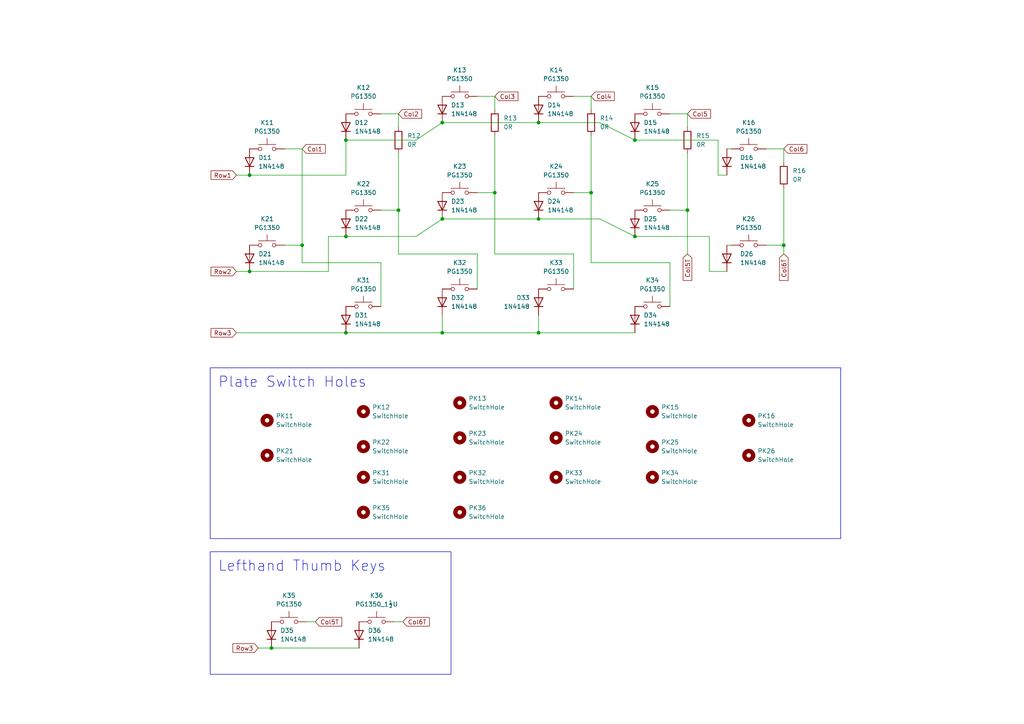
<source format=kicad_sch>
(kicad_sch (version 20231120) (generator "eeschema") (generator_version "8.0")
  (paper "A4")
  (title_block (title "Alufo ") (rev "1.0L") (company "bgkendall") (comment 1 "Split one-layer reversible keyboard PCB (lefthand side)") (comment 2 "Key switch matrix for"))
  (lib_symbols
    (symbol "Device:D" (pin_numbers hide) (pin_names (offset 1.016) hide)
      (property "Reference" "D" (at 0 2.54 0))
      (property "Value" "D" (at 0 -2.54 0))
      (symbol "D_0_1"
        (polyline (pts (xy -1.27 1.27) (xy -1.27 -1.27)) (stroke (width 0.254)))
        (polyline (pts (xy 1.27 0) (xy -1.27 0)))
        (polyline (pts (xy 1.27 1.27) (xy 1.27 -1.27) (xy -1.27 0) (xy 1.27 1.27)) (stroke (width 0.254)))
      )
      (symbol "D_1_1"
        (pin passive line (at -3.81 0 0) (length 2.54) (name "K") (number "1"))
        (pin passive line (at 3.81 0 180) (length 2.54) (name "A") (number "2"))
      )
    )
    (symbol "Device:R" (pin_numbers hide) (pin_names (offset 0))
      (property "Reference" "R" (at 2.032 0 90))
      (property "Value" "R" (at 0 0 90))
      (symbol "R_0_1"
        (rectangle (start -1.016 -2.54) (end 1.016 2.54) (stroke (width 0.254)))
      )
      (symbol "R_1_1"
        (pin passive line (at 0 3.81 270) (length 1.27) (name "~") (number "1"))
        (pin passive line (at 0 -3.81 90) (length 1.27) (name "~") (number "2"))
      )
    )
    (symbol "Mechanical:MountingHole" (pin_names (offset 1.016)) (exclude_from_sim yes) (in_bom no)
      (property "Reference" "H" (at 0 5.08 0))
      (property "Value" "MountingHole" (at 0 3.175 0))
      (symbol "MountingHole_0_1"
        (circle (center 0 0) (radius 1.27) (stroke (width 1.27)))
      )
    )
    (symbol "Switch:SW_Push" (pin_numbers hide) (pin_names (offset 1.016) hide)
      (property "Reference" "SW" (at 1.27 2.54 0))
      (property "Value" "SW_Push" (at 0 -1.524 0))
      (symbol "SW_Push_0_1"
        (circle (center -2.032 0) (radius 0.508))
        (polyline (pts (xy 0 1.27) (xy 0 3.048)))
        (polyline (pts (xy 2.54 1.27) (xy -2.54 1.27)))
        (circle (center 2.032 0) (radius 0.508))
        (pin passive line (at -5.08 0 0) (length 2.54) (name "1") (number "1"))
        (pin passive line (at 5.08 0 180) (length 2.54) (name "2") (number "2"))
      )
    )
  )
  (junction (at 115.57 60.96))
  (junction (at 72.39 50.8))
  (junction (at 184.15 40.64))
  (junction (at 128.27 63.5))
  (junction (at 128.27 96.52))
  (junction (at 87.63 71.12))
  (junction (at 100.33 68.58))
  (junction (at 143.51 55.88))
  (junction (at 156.21 96.52))
  (junction (at 100.33 40.64))
  (junction (at 128.27 35.56))
  (junction (at 100.33 96.52))
  (junction (at 156.21 35.56))
  (junction (at 227.33 71.12))
  (junction (at 156.21 63.5))
  (junction (at 171.45 55.88))
  (junction (at 199.39 60.96))
  (junction (at 72.39 78.74))
  (junction (at 78.74 187.96))
  (junction (at 184.15 68.58))
  (wire (pts (xy 156.21 63.5) (xy 128.27 63.5)))
  (wire (pts (xy 120.65 68.58) (xy 100.33 68.58)))
  (wire (pts (xy 199.39 60.96) (xy 199.39 73.66)))
  (wire (pts (xy 184.15 40.64) (xy 208.28 40.64)))
  (wire (pts (xy 227.33 71.12) (xy 227.33 73.66)))
  (wire (pts (xy 166.37 73.66) (xy 166.37 83.82)))
  (wire (pts (xy 138.43 73.66) (xy 138.43 83.82)))
  (wire (pts (xy 128.27 35.56) (xy 120.65 40.64)))
  (wire (pts (xy 72.39 78.74) (xy 95.25 78.74)))
  (wire (pts (xy 128.27 63.5) (xy 120.65 68.58)))
  (wire (pts (xy 171.45 55.88) (xy 171.45 76.2)))
  (wire (pts (xy 208.28 50.8) (xy 210.82 50.8)))
  (wire (pts (xy 173.99 35.56) (xy 156.21 35.56)))
  (wire (pts (xy 95.25 68.58) (xy 100.33 68.58)))
  (wire (pts (xy 114.3 180.34) (xy 116.84 180.34)))
  (wire (pts (xy 68.58 78.74) (xy 72.39 78.74)))
  (wire (pts (xy 143.51 39.37) (xy 143.51 55.88)))
  (wire (pts (xy 171.45 39.37) (xy 171.45 55.88)))
  (wire (pts (xy 156.21 91.44) (xy 156.21 96.52)))
  (wire (pts (xy 184.15 68.58) (xy 205.74 68.58)))
  (wire (pts (xy 87.63 71.12) (xy 87.63 76.2)))
  (wire (pts (xy 212.09 43.18) (xy 210.82 43.18)))
  (wire (pts (xy 205.74 68.58) (xy 205.74 78.74)))
  (wire (pts (xy 212.09 71.12) (xy 210.82 71.12)))
  (wire (pts (xy 138.43 27.94) (xy 143.51 27.94)))
  (wire (pts (xy 143.51 27.94) (xy 143.51 31.75)))
  (wire (pts (xy 74.93 187.96) (xy 78.74 187.96)))
  (wire (pts (xy 205.74 78.74) (xy 210.82 78.74)))
  (wire (pts (xy 82.55 43.18) (xy 87.63 43.18)))
  (wire (pts (xy 166.37 27.94) (xy 171.45 27.94)))
  (wire (pts (xy 184.15 40.64) (xy 173.99 35.56)))
  (wire (pts (xy 156.21 35.56) (xy 128.27 35.56)))
  (wire (pts (xy 222.25 43.18) (xy 227.33 43.18)))
  (wire (pts (xy 171.45 76.2) (xy 194.31 76.2)))
  (wire (pts (xy 227.33 54.61) (xy 227.33 71.12)))
  (wire (pts (xy 78.74 187.96) (xy 104.14 187.96)))
  (wire (pts (xy 194.31 60.96) (xy 199.39 60.96)))
  (wire (pts (xy 115.57 44.45) (xy 115.57 60.96)))
  (wire (pts (xy 100.33 40.64) (xy 100.33 50.8)))
  (wire (pts (xy 143.51 55.88) (xy 143.51 73.66)))
  (wire (pts (xy 110.49 60.96) (xy 115.57 60.96)))
  (wire (pts (xy 120.65 40.64) (xy 100.33 40.64)))
  (wire (pts (xy 110.49 33.02) (xy 115.57 33.02)))
  (wire (pts (xy 115.57 33.02) (xy 115.57 36.83)))
  (wire (pts (xy 171.45 27.94) (xy 171.45 31.75)))
  (wire (pts (xy 100.33 96.52) (xy 128.27 96.52)))
  (wire (pts (xy 199.39 44.45) (xy 199.39 60.96)))
  (wire (pts (xy 222.25 71.12) (xy 227.33 71.12)))
  (wire (pts (xy 82.55 71.12) (xy 87.63 71.12)))
  (wire (pts (xy 208.28 40.64) (xy 208.28 50.8)))
  (wire (pts (xy 110.49 76.2) (xy 110.49 88.9)))
  (wire (pts (xy 95.25 68.58) (xy 95.25 78.74)))
  (wire (pts (xy 91.44 180.34) (xy 88.9 180.34)))
  (wire (pts (xy 128.27 91.44) (xy 128.27 96.52)))
  (wire (pts (xy 184.15 68.58) (xy 173.99 63.5)))
  (wire (pts (xy 156.21 96.52) (xy 184.15 96.52)))
  (wire (pts (xy 68.58 50.8) (xy 72.39 50.8)))
  (wire (pts (xy 227.33 43.18) (xy 227.33 46.99)))
  (wire (pts (xy 128.27 96.52) (xy 156.21 96.52)))
  (wire (pts (xy 115.57 73.66) (xy 138.43 73.66)))
  (wire (pts (xy 138.43 55.88) (xy 143.51 55.88)))
  (wire (pts (xy 87.63 76.2) (xy 110.49 76.2)))
  (wire (pts (xy 68.58 96.52) (xy 100.33 96.52)))
  (wire (pts (xy 87.63 43.18) (xy 87.63 71.12)))
  (wire (pts (xy 194.31 76.2) (xy 194.31 88.9)))
  (wire (pts (xy 166.37 55.88) (xy 171.45 55.88)))
  (wire (pts (xy 194.31 33.02) (xy 199.39 33.02)))
  (wire (pts (xy 143.51 73.66) (xy 166.37 73.66)))
  (wire (pts (xy 115.57 60.96) (xy 115.57 73.66)))
  (wire (pts (xy 72.39 50.8) (xy 100.33 50.8)))
  (wire (pts (xy 173.99 63.5) (xy 156.21 63.5)))
  (wire (pts (xy 199.39 33.02) (xy 199.39 36.83)))
  (text_box "Lefthand Thumb Keys" (at 60.96 160.02 0) (size 69.85 35.56) (effects (font (size 3 3)) (justify left top)))
  (text_box "Plate Switch Holes" (at 60.96 106.68 0) (size 182.88 49.53) (effects (font (size 3 3)) (justify left top)))
  (global_label "Col5T" (shape input) (at 199.39 73.66 270) (property "Intersheetrefs" "${INTERSHEET_REFS}" (effects (hide yes))))
  (global_label "Row3" (shape input) (at 68.58 96.52 180) (property "Intersheetrefs" "${INTERSHEET_REFS}" (effects (hide yes))))
  (global_label "Row3" (shape input) (at 74.93 187.96 180) (property "Intersheetrefs" "${INTERSHEET_REFS}" (effects (hide yes))))
  (global_label "Col6T" (shape input) (at 116.84 180.34 0) (property "Intersheetrefs" "${INTERSHEET_REFS}" (effects (hide yes))))
  (global_label "Col1" (shape input) (at 87.63 43.18 0) (property "Intersheetrefs" "${INTERSHEET_REFS}" (effects (hide yes))))
  (global_label "Col6T" (shape input) (at 227.33 73.66 270) (property "Intersheetrefs" "${INTERSHEET_REFS}" (effects (hide yes))))
  (global_label "Col5" (shape input) (at 199.39 33.02 0) (property "Intersheetrefs" "${INTERSHEET_REFS}" (effects (hide yes))))
  (global_label "Row1" (shape input) (at 68.58 50.8 180) (property "Intersheetrefs" "${INTERSHEET_REFS}" (effects (hide yes))))
  (global_label "Col3" (shape input) (at 143.51 27.94 0) (property "Intersheetrefs" "${INTERSHEET_REFS}" (effects (hide yes))))
  (global_label "Col5T" (shape input) (at 91.44 180.34 0) (property "Intersheetrefs" "${INTERSHEET_REFS}" (effects (hide yes))))
  (global_label "Col4" (shape input) (at 171.45 27.94 0) (property "Intersheetrefs" "${INTERSHEET_REFS}" (effects (hide yes))))
  (global_label "Col6" (shape input) (at 227.33 43.18 0) (property "Intersheetrefs" "${INTERSHEET_REFS}" (effects (hide yes))))
  (global_label "Row2" (shape input) (at 68.58 78.74 180) (property "Intersheetrefs" "${INTERSHEET_REFS}" (effects (hide yes))))
  (global_label "Col2" (shape input) (at 115.57 33.02 0) (property "Intersheetrefs" "${INTERSHEET_REFS}" (effects (hide yes))))
  (symbol (lib_id "Mechanical:MountingHole") (at 133.35 138.43 0) (unit 1) (exclude_from_sim yes) (in_bom no)
    (property "Reference" "PK32" (at 135.89 137.1599 0) (effects (justify left)))
    (property "Value" "SwitchHole" (at 135.89 139.6999 0) (effects (justify left)))
    (property "Footprint" "Project Library:SW_choc_v1_Plate_CPG135001S30_1u" (effects (hide yes)))
    (property "Description" "Mounting Hole without connection" (effects (hide yes)))
  )
  (symbol (lib_id "Mechanical:MountingHole") (at 77.47 132.08 0) (unit 1) (exclude_from_sim yes) (in_bom no)
    (property "Reference" "PK21" (at 80.01 130.8099 0) (effects (justify left)))
    (property "Value" "SwitchHole" (at 80.01 133.3499 0) (effects (justify left)))
    (property "Footprint" "Project Library:SW_choc_v1_Plate_CPG135001S30_1u" (effects (hide yes)))
    (property "Description" "Mounting Hole without connection" (effects (hide yes)))
  )
  (symbol (lib_id "Switch:SW_Push") (at 161.29 55.88 0) (mirror y) (unit 1)
    (property "Reference" "K24" (at 161.29 48.26 0))
    (property "Value" "PG1350" (at 161.29 50.8 0))
    (property "Footprint" "Project Library:SW_choc_v1_HS_CPG135001S30_1layer_1u" (effects (hide yes)))
    (property "Description" "Push button switch, generic, two pins" (effects (hide yes)))
  )
  (symbol (lib_id "Switch:SW_Push") (at 133.35 55.88 0) (mirror y) (unit 1)
    (property "Reference" "K23" (at 133.35 48.26 0))
    (property "Value" "PG1350" (at 133.35 50.8 0))
    (property "Footprint" "Project Library:SW_choc_v1_HS_CPG135001S30_1layer_1u" (effects (hide yes)))
    (property "Description" "Push button switch, generic, two pins" (effects (hide yes)))
  )
  (symbol (lib_id "Mechanical:MountingHole") (at 105.41 129.54 0) (unit 1) (exclude_from_sim yes) (in_bom no)
    (property "Reference" "PK22" (at 107.95 128.2699 0) (effects (justify left)))
    (property "Value" "SwitchHole" (at 107.95 130.8099 0) (effects (justify left)))
    (property "Footprint" "Project Library:SW_choc_v1_Plate_CPG135001S30_1u" (effects (hide yes)))
    (property "Description" "Mounting Hole without connection" (effects (hide yes)))
  )
  (symbol (lib_id "Switch:SW_Push") (at 161.29 83.82 0) (mirror y) (unit 1)
    (property "Reference" "K33" (at 161.29 76.2 0))
    (property "Value" "PG1350" (at 161.29 78.74 0))
    (property "Footprint" "Project Library:SW_choc_v1_HS_CPG135001S30_1layer_1u" (effects (hide yes)))
    (property "Description" "Push button switch, generic, two pins" (effects (hide yes)))
  )
  (symbol (lib_id "Switch:SW_Push") (at 161.29 27.94 0) (mirror y) (unit 1)
    (property "Reference" "K14" (at 161.29 20.32 0))
    (property "Value" "PG1350" (at 161.29 22.86 0))
    (property "Footprint" "Project Library:SW_choc_v1_HS_CPG135001S30_1layer_1u" (effects (hide yes)))
    (property "Description" "Push button switch, generic, two pins" (effects (hide yes)))
  )
  (symbol (lib_id "Device:R") (at 143.51 35.56 0) (unit 1)
    (property "Reference" "R13" (at 146.05 34.2899 0) (effects (justify left)))
    (property "Value" "0R" (at 146.05 36.8299 0) (effects (justify left)))
    (property "Footprint" "Resistor_SMD:R_2010_5025Metric" (effects (hide yes)))
    (property "Description" "Resistor" (effects (hide yes)))
  )
  (symbol (lib_id "Switch:SW_Push") (at 189.23 88.9 0) (mirror y) (unit 1)
    (property "Reference" "K34" (at 189.23 81.28 0))
    (property "Value" "PG1350" (at 189.23 83.82 0))
    (property "Footprint" "Project Library:SW_choc_v1_HS_CPG135001S30_1layer_1u" (effects (hide yes)))
    (property "Description" "Push button switch, generic, two pins" (effects (hide yes)))
  )
  (symbol (lib_id "Mechanical:MountingHole") (at 189.23 119.38 0) (unit 1) (exclude_from_sim yes) (in_bom no)
    (property "Reference" "PK15" (at 191.77 118.1099 0) (effects (justify left)))
    (property "Value" "SwitchHole" (at 191.77 120.6499 0) (effects (justify left)))
    (property "Footprint" "Project Library:SW_choc_v1_Plate_CPG135001S30_1u" (effects (hide yes)))
    (property "Description" "Mounting Hole without connection" (effects (hide yes)))
  )
  (symbol (lib_id "Switch:SW_Push") (at 109.22 180.34 0) (mirror y) (unit 1)
    (property "Reference" "K36" (at 109.22 172.72 0))
    (property "Value" "PG1350_1½U" (at 109.22 175.26 0))
    (property "Footprint" "Project Library:SW_choc_v1_HS_CPG135001S30_1layer_1.5u" (effects (hide yes)))
    (property "Description" "Push button switch, generic, two pins" (effects (hide yes)))
  )
  (symbol (lib_id "Device:D") (at 104.14 184.15 90) (unit 1)
    (property "Reference" "D36" (at 106.68 182.8799 90) (effects (justify right)))
    (property "Value" "1N4148" (at 106.68 185.4199 90) (effects (justify right)))
    (property "Footprint" "Project Library:D_SOD-123_Mod" (effects (hide yes)))
    (property "Description" "Diode" (effects (hide yes)))
    (property "Sim.Device" "D" (effects (hide yes)))
    (property "Sim.Pins" "1=K 2=A" (effects (hide yes)))
  )
  (symbol (lib_id "Device:D") (at 100.33 36.83 90) (unit 1)
    (property "Reference" "D12" (at 102.87 35.5599 90) (effects (justify right)))
    (property "Value" "1N4148" (at 102.87 38.0999 90) (effects (justify right)))
    (property "Footprint" "Project Library:D_SOD-123_Mod" (effects (hide yes)))
    (property "Description" "Diode" (effects (hide yes)))
    (property "Sim.Device" "D" (effects (hide yes)))
    (property "Sim.Pins" "1=K 2=A" (effects (hide yes)))
  )
  (symbol (lib_id "Device:D") (at 100.33 92.71 90) (unit 1)
    (property "Reference" "D31" (at 102.87 91.4399 90) (effects (justify right)))
    (property "Value" "1N4148" (at 102.87 93.9799 90) (effects (justify right)))
    (property "Footprint" "Project Library:D_SOD-123_Mod" (effects (hide yes)))
    (property "Description" "Diode" (effects (hide yes)))
    (property "Sim.Device" "D" (effects (hide yes)))
    (property "Sim.Pins" "1=K 2=A" (effects (hide yes)))
  )
  (symbol (lib_id "Switch:SW_Push") (at 77.47 43.18 0) (mirror y) (unit 1)
    (property "Reference" "K11" (at 77.47 35.56 0))
    (property "Value" "PG1350" (at 77.47 38.1 0))
    (property "Footprint" "Project Library:SW_choc_v1_HS_CPG135001S30_1layer_1u" (effects (hide yes)))
    (property "Description" "Push button switch, generic, two pins" (effects (hide yes)))
  )
  (symbol (lib_id "Device:R") (at 227.33 50.8 0) (unit 1)
    (property "Reference" "R16" (at 229.87 49.5299 0) (effects (justify left)))
    (property "Value" "0R" (at 229.87 52.0699 0) (effects (justify left)))
    (property "Footprint" "Resistor_SMD:R_2010_5025Metric" (effects (hide yes)))
    (property "Description" "Resistor" (effects (hide yes)))
  )
  (symbol (lib_id "Mechanical:MountingHole") (at 161.29 116.84 0) (unit 1) (exclude_from_sim yes) (in_bom no)
    (property "Reference" "PK14" (at 163.83 115.5699 0) (effects (justify left)))
    (property "Value" "SwitchHole" (at 163.83 118.1099 0) (effects (justify left)))
    (property "Footprint" "Project Library:SW_choc_v1_Plate_CPG135001S30_1u" (effects (hide yes)))
    (property "Description" "Mounting Hole without connection" (effects (hide yes)))
  )
  (symbol (lib_id "Mechanical:MountingHole") (at 133.35 116.84 0) (unit 1) (exclude_from_sim yes) (in_bom no)
    (property "Reference" "PK13" (at 135.89 115.5699 0) (effects (justify left)))
    (property "Value" "SwitchHole" (at 135.89 118.1099 0) (effects (justify left)))
    (property "Footprint" "Project Library:SW_choc_v1_Plate_CPG135001S30_1u" (effects (hide yes)))
    (property "Description" "Mounting Hole without connection" (effects (hide yes)))
  )
  (symbol (lib_id "Device:R") (at 115.57 40.64 0) (unit 1)
    (property "Reference" "R12" (at 118.11 39.3699 0) (effects (justify left)))
    (property "Value" "0R" (at 118.11 41.9099 0) (effects (justify left)))
    (property "Footprint" "Resistor_SMD:R_2010_5025Metric" (effects (hide yes)))
    (property "Description" "Resistor" (effects (hide yes)))
  )
  (symbol (lib_id "Device:R") (at 171.45 35.56 0) (unit 1)
    (property "Reference" "R14" (at 173.99 34.2899 0) (effects (justify left)))
    (property "Value" "0R" (at 173.99 36.8299 0) (effects (justify left)))
    (property "Footprint" "Resistor_SMD:R_2010_5025Metric" (effects (hide yes)))
    (property "Description" "Resistor" (effects (hide yes)))
  )
  (symbol (lib_id "Switch:SW_Push") (at 105.41 88.9 0) (mirror y) (unit 1)
    (property "Reference" "K31" (at 105.41 81.28 0))
    (property "Value" "PG1350" (at 105.41 83.82 0))
    (property "Footprint" "Project Library:SW_choc_v1_HS_CPG135001S30_1layer_1u" (effects (hide yes)))
    (property "Description" "Push button switch, generic, two pins" (effects (hide yes)))
  )
  (symbol (lib_id "Device:D") (at 184.15 36.83 90) (unit 1)
    (property "Reference" "D15" (at 186.69 35.5599 90) (effects (justify right)))
    (property "Value" "1N4148" (at 186.69 38.0999 90) (effects (justify right)))
    (property "Footprint" "Project Library:D_SOD-123_Mod" (effects (hide yes)))
    (property "Description" "Diode" (effects (hide yes)))
    (property "Sim.Device" "D" (effects (hide yes)))
    (property "Sim.Pins" "1=K 2=A" (effects (hide yes)))
  )
  (symbol (lib_id "Switch:SW_Push") (at 77.47 71.12 0) (mirror y) (unit 1)
    (property "Reference" "K21" (at 77.47 63.5 0))
    (property "Value" "PG1350" (at 77.47 66.04 0))
    (property "Footprint" "Project Library:SW_choc_v1_HS_CPG135001S30_1layer_1u" (effects (hide yes)))
    (property "Description" "Push button switch, generic, two pins" (effects (hide yes)))
  )
  (symbol (lib_id "Device:D") (at 210.82 74.93 90) (unit 1)
    (property "Reference" "D26" (at 214.63 73.6599 90) (effects (justify right)))
    (property "Value" "1N4148" (at 214.63 76.1999 90) (effects (justify right)))
    (property "Footprint" "Project Library:D_SOD-123_Mod" (effects (hide yes)))
    (property "Description" "Diode" (effects (hide yes)))
    (property "Sim.Device" "D" (effects (hide yes)))
    (property "Sim.Pins" "1=K 2=A" (effects (hide yes)))
  )
  (symbol (lib_id "Switch:SW_Push") (at 189.23 33.02 0) (mirror y) (unit 1)
    (property "Reference" "K15" (at 189.23 25.4 0))
    (property "Value" "PG1350" (at 189.23 27.94 0))
    (property "Footprint" "Project Library:SW_choc_v1_HS_CPG135001S30_1layer_1u" (effects (hide yes)))
    (property "Description" "Push button switch, generic, two pins" (effects (hide yes)))
  )
  (symbol (lib_id "Switch:SW_Push") (at 133.35 83.82 0) (mirror y) (unit 1)
    (property "Reference" "K32" (at 133.35 76.2 0))
    (property "Value" "PG1350" (at 133.35 78.74 0))
    (property "Footprint" "Project Library:SW_choc_v1_HS_CPG135001S30_1layer_1u" (effects (hide yes)))
    (property "Description" "Push button switch, generic, two pins" (effects (hide yes)))
  )
  (symbol (lib_id "Device:D") (at 128.27 87.63 90) (unit 1)
    (property "Reference" "D32" (at 130.81 86.3599 90) (effects (justify right)))
    (property "Value" "1N4148" (at 130.81 88.8999 90) (effects (justify right)))
    (property "Footprint" "Project Library:D_SOD-123_Mod" (effects (hide yes)))
    (property "Description" "Diode" (effects (hide yes)))
    (property "Sim.Device" "D" (effects (hide yes)))
    (property "Sim.Pins" "1=K 2=A" (effects (hide yes)))
  )
  (symbol (lib_id "Switch:SW_Push") (at 105.41 33.02 0) (mirror y) (unit 1)
    (property "Reference" "K12" (at 105.41 25.4 0))
    (property "Value" "PG1350" (at 105.41 27.94 0))
    (property "Footprint" "Project Library:SW_choc_v1_HS_CPG135001S30_1layer_1u" (effects (hide yes)))
    (property "Description" "Push button switch, generic, two pins" (effects (hide yes)))
  )
  (symbol (lib_id "Device:D") (at 156.21 87.63 270) (mirror x) (unit 1)
    (property "Reference" "D33" (at 153.67 86.3599 90) (effects (justify right)))
    (property "Value" "1N4148" (at 153.67 88.8999 90) (effects (justify right)))
    (property "Footprint" "Project Library:D_SOD-123_Mod" (effects (hide yes)))
    (property "Description" "Diode" (effects (hide yes)))
    (property "Sim.Device" "D" (effects (hide yes)))
    (property "Sim.Pins" "1=K 2=A" (effects (hide yes)))
  )
  (symbol (lib_id "Device:D") (at 210.82 46.99 90) (unit 1)
    (property "Reference" "D16" (at 214.63 45.7199 90) (effects (justify right)))
    (property "Value" "1N4148" (at 214.63 48.2599 90) (effects (justify right)))
    (property "Footprint" "Project Library:D_SOD-123_Mod" (effects (hide yes)))
    (property "Description" "Diode" (effects (hide yes)))
    (property "Sim.Device" "D" (effects (hide yes)))
    (property "Sim.Pins" "1=K 2=A" (effects (hide yes)))
  )
  (symbol (lib_id "Device:D") (at 184.15 92.71 90) (unit 1)
    (property "Reference" "D34" (at 186.69 91.4399 90) (effects (justify right)))
    (property "Value" "1N4148" (at 186.69 93.9799 90) (effects (justify right)))
    (property "Footprint" "Project Library:D_SOD-123_Mod" (effects (hide yes)))
    (property "Description" "Diode" (effects (hide yes)))
    (property "Sim.Device" "D" (effects (hide yes)))
    (property "Sim.Pins" "1=K 2=A" (effects (hide yes)))
  )
  (symbol (lib_id "Switch:SW_Push") (at 83.82 180.34 0) (mirror y) (unit 1)
    (property "Reference" "K35" (at 83.82 172.72 0))
    (property "Value" "PG1350" (at 83.82 175.26 0))
    (property "Footprint" "Project Library:SW_choc_v1_HS_CPG135001S30_1layer_1u" (effects (hide yes)))
    (property "Description" "Push button switch, generic, two pins" (effects (hide yes)))
  )
  (symbol (lib_id "Switch:SW_Push") (at 189.23 60.96 0) (mirror y) (unit 1)
    (property "Reference" "K25" (at 189.23 53.34 0))
    (property "Value" "PG1350" (at 189.23 55.88 0))
    (property "Footprint" "Project Library:SW_choc_v1_HS_CPG135001S30_1layer_1u" (effects (hide yes)))
    (property "Description" "Push button switch, generic, two pins" (effects (hide yes)))
  )
  (symbol (lib_id "Mechanical:MountingHole") (at 161.29 138.43 0) (unit 1) (exclude_from_sim yes) (in_bom no)
    (property "Reference" "PK33" (at 163.83 137.1599 0) (effects (justify left)))
    (property "Value" "SwitchHole" (at 163.83 139.6999 0) (effects (justify left)))
    (property "Footprint" "Project Library:SW_choc_v1_Plate_CPG135001S30_1u" (effects (hide yes)))
    (property "Description" "Mounting Hole without connection" (effects (hide yes)))
  )
  (symbol (lib_id "Mechanical:MountingHole") (at 105.41 119.38 0) (unit 1) (exclude_from_sim yes) (in_bom no)
    (property "Reference" "PK12" (at 107.95 118.1099 0) (effects (justify left)))
    (property "Value" "SwitchHole" (at 107.95 120.6499 0) (effects (justify left)))
    (property "Footprint" "Project Library:SW_choc_v1_Plate_CPG135001S30_1u" (effects (hide yes)))
    (property "Description" "Mounting Hole without connection" (effects (hide yes)))
  )
  (symbol (lib_id "Device:D") (at 72.39 74.93 90) (unit 1)
    (property "Reference" "D21" (at 74.93 73.6599 90) (effects (justify right)))
    (property "Value" "1N4148" (at 74.93 76.1999 90) (effects (justify right)))
    (property "Footprint" "Project Library:D_SOD-123_Mod" (effects (hide yes)))
    (property "Description" "Diode" (effects (hide yes)))
    (property "Sim.Device" "D" (effects (hide yes)))
    (property "Sim.Pins" "1=K 2=A" (effects (hide yes)))
  )
  (symbol (lib_id "Device:D") (at 128.27 31.75 90) (unit 1)
    (property "Reference" "D13" (at 130.81 30.4799 90) (effects (justify right)))
    (property "Value" "1N4148" (at 130.81 33.0199 90) (effects (justify right)))
    (property "Footprint" "Project Library:D_SOD-123_Mod" (effects (hide yes)))
    (property "Description" "Diode" (effects (hide yes)))
    (property "Sim.Device" "D" (effects (hide yes)))
    (property "Sim.Pins" "1=K 2=A" (effects (hide yes)))
  )
  (symbol (lib_id "Mechanical:MountingHole") (at 133.35 127 0) (unit 1) (exclude_from_sim yes) (in_bom no)
    (property "Reference" "PK23" (at 135.89 125.7299 0) (effects (justify left)))
    (property "Value" "SwitchHole" (at 135.89 128.2699 0) (effects (justify left)))
    (property "Footprint" "Project Library:SW_choc_v1_Plate_CPG135001S30_1u" (effects (hide yes)))
    (property "Description" "Mounting Hole without connection" (effects (hide yes)))
  )
  (symbol (lib_id "Device:D") (at 128.27 59.69 90) (unit 1)
    (property "Reference" "D23" (at 130.81 58.4199 90) (effects (justify right)))
    (property "Value" "1N4148" (at 130.81 60.9599 90) (effects (justify right)))
    (property "Footprint" "Project Library:D_SOD-123_Mod" (effects (hide yes)))
    (property "Description" "Diode" (effects (hide yes)))
    (property "Sim.Device" "D" (effects (hide yes)))
    (property "Sim.Pins" "1=K 2=A" (effects (hide yes)))
  )
  (symbol (lib_id "Mechanical:MountingHole") (at 189.23 129.54 0) (unit 1) (exclude_from_sim yes) (in_bom no)
    (property "Reference" "PK25" (at 191.77 128.2699 0) (effects (justify left)))
    (property "Value" "SwitchHole" (at 191.77 130.8099 0) (effects (justify left)))
    (property "Footprint" "Project Library:SW_choc_v1_Plate_CPG135001S30_1u" (effects (hide yes)))
    (property "Description" "Mounting Hole without connection" (effects (hide yes)))
  )
  (symbol (lib_id "Device:D") (at 184.15 64.77 90) (unit 1)
    (property "Reference" "D25" (at 186.69 63.4999 90) (effects (justify right)))
    (property "Value" "1N4148" (at 186.69 66.0399 90) (effects (justify right)))
    (property "Footprint" "Project Library:D_SOD-123_Mod" (effects (hide yes)))
    (property "Description" "Diode" (effects (hide yes)))
    (property "Sim.Device" "D" (effects (hide yes)))
    (property "Sim.Pins" "1=K 2=A" (effects (hide yes)))
  )
  (symbol (lib_id "Mechanical:MountingHole") (at 189.23 138.43 0) (unit 1) (exclude_from_sim yes) (in_bom no)
    (property "Reference" "PK34" (at 191.77 137.1599 0) (effects (justify left)))
    (property "Value" "SwitchHole" (at 191.77 139.6999 0) (effects (justify left)))
    (property "Footprint" "Project Library:SW_choc_v1_Plate_CPG135001S30_1u" (effects (hide yes)))
    (property "Description" "Mounting Hole without connection" (effects (hide yes)))
  )
  (symbol (lib_id "Mechanical:MountingHole") (at 217.17 132.08 0) (unit 1) (exclude_from_sim yes) (in_bom no)
    (property "Reference" "PK26" (at 219.71 130.8099 0) (effects (justify left)))
    (property "Value" "SwitchHole" (at 219.71 133.3499 0) (effects (justify left)))
    (property "Footprint" "Project Library:SW_choc_v1_Plate_CPG135001S30_1u" (effects (hide yes)))
    (property "Description" "Mounting Hole without connection" (effects (hide yes)))
  )
  (symbol (lib_id "Device:D") (at 72.39 46.99 90) (unit 1)
    (property "Reference" "D11" (at 74.93 45.7199 90) (effects (justify right)))
    (property "Value" "1N4148" (at 74.93 48.2599 90) (effects (justify right)))
    (property "Footprint" "Project Library:D_SOD-123_Mod" (effects (hide yes)))
    (property "Description" "Diode" (effects (hide yes)))
    (property "Sim.Device" "D" (effects (hide yes)))
    (property "Sim.Pins" "1=K 2=A" (effects (hide yes)))
  )
  (symbol (lib_id "Mechanical:MountingHole") (at 133.35 148.59 0) (unit 1) (exclude_from_sim yes) (in_bom no)
    (property "Reference" "PK36" (at 135.89 147.3199 0) (effects (justify left)))
    (property "Value" "SwitchHole" (at 135.89 149.8599 0) (effects (justify left)))
    (property "Footprint" "Project Library:SW_choc_v1_Plate_CPG135001S30_1.5u" (effects (hide yes)))
    (property "Description" "Mounting Hole without connection" (effects (hide yes)))
  )
  (symbol (lib_id "Mechanical:MountingHole") (at 105.41 138.43 0) (unit 1) (exclude_from_sim yes) (in_bom no)
    (property "Reference" "PK31" (at 107.95 137.1599 0) (effects (justify left)))
    (property "Value" "SwitchHole" (at 107.95 139.6999 0) (effects (justify left)))
    (property "Footprint" "Project Library:SW_choc_v1_Plate_CPG135001S30_1u" (effects (hide yes)))
    (property "Description" "Mounting Hole without connection" (effects (hide yes)))
  )
  (symbol (lib_id "Mechanical:MountingHole") (at 161.29 127 0) (unit 1) (exclude_from_sim yes) (in_bom no)
    (property "Reference" "PK24" (at 163.83 125.7299 0) (effects (justify left)))
    (property "Value" "SwitchHole" (at 163.83 128.2699 0) (effects (justify left)))
    (property "Footprint" "Project Library:SW_choc_v1_Plate_CPG135001S30_1u" (effects (hide yes)))
    (property "Description" "Mounting Hole without connection" (effects (hide yes)))
  )
  (symbol (lib_id "Device:D") (at 156.21 59.69 90) (unit 1)
    (property "Reference" "D24" (at 158.75 58.4199 90) (effects (justify right)))
    (property "Value" "1N4148" (at 158.75 60.9599 90) (effects (justify right)))
    (property "Footprint" "Project Library:D_SOD-123_Mod" (effects (hide yes)))
    (property "Description" "Diode" (effects (hide yes)))
    (property "Sim.Device" "D" (effects (hide yes)))
    (property "Sim.Pins" "1=K 2=A" (effects (hide yes)))
  )
  (symbol (lib_id "Switch:SW_Push") (at 105.41 60.96 0) (mirror y) (unit 1)
    (property "Reference" "K22" (at 105.41 53.34 0))
    (property "Value" "PG1350" (at 105.41 55.88 0))
    (property "Footprint" "Project Library:SW_choc_v1_HS_CPG135001S30_1layer_1u" (effects (hide yes)))
    (property "Description" "Push button switch, generic, two pins" (effects (hide yes)))
  )
  (symbol (lib_id "Mechanical:MountingHole") (at 105.41 148.59 0) (unit 1) (exclude_from_sim yes) (in_bom no)
    (property "Reference" "PK35" (at 107.95 147.3199 0) (effects (justify left)))
    (property "Value" "SwitchHole" (at 107.95 149.8599 0) (effects (justify left)))
    (property "Footprint" "Project Library:SW_choc_v1_Plate_CPG135001S30_1u" (effects (hide yes)))
    (property "Description" "Mounting Hole without connection" (effects (hide yes)))
  )
  (symbol (lib_id "Switch:SW_Push") (at 133.35 27.94 0) (mirror y) (unit 1)
    (property "Reference" "K13" (at 133.35 20.32 0))
    (property "Value" "PG1350" (at 133.35 22.86 0))
    (property "Footprint" "Project Library:SW_choc_v1_HS_CPG135001S30_1layer_1u" (effects (hide yes)))
    (property "Description" "Push button switch, generic, two pins" (effects (hide yes)))
  )
  (symbol (lib_id "Mechanical:MountingHole") (at 217.17 121.92 0) (unit 1) (exclude_from_sim yes) (in_bom no)
    (property "Reference" "PK16" (at 219.71 120.6499 0) (effects (justify left)))
    (property "Value" "SwitchHole" (at 219.71 123.1899 0) (effects (justify left)))
    (property "Footprint" "Project Library:SW_choc_v1_Plate_CPG135001S30_1u" (effects (hide yes)))
    (property "Description" "Mounting Hole without connection" (effects (hide yes)))
  )
  (symbol (lib_id "Switch:SW_Push") (at 217.17 71.12 0) (mirror y) (unit 1)
    (property "Reference" "K26" (at 217.17 63.5 0))
    (property "Value" "PG1350" (at 217.17 66.04 0))
    (property "Footprint" "Project Library:SW_choc_v1_HS_CPG135001S30_1layer_1u" (effects (hide yes)))
    (property "Description" "Push button switch, generic, two pins" (effects (hide yes)))
  )
  (symbol (lib_id "Mechanical:MountingHole") (at 77.47 121.92 0) (unit 1) (exclude_from_sim yes) (in_bom no)
    (property "Reference" "PK11" (at 80.01 120.6499 0) (effects (justify left)))
    (property "Value" "SwitchHole" (at 80.01 123.1899 0) (effects (justify left)))
    (property "Footprint" "Project Library:SW_choc_v1_Plate_CPG135001S30_1u" (effects (hide yes)))
    (property "Description" "Mounting Hole without connection" (effects (hide yes)))
  )
  (symbol (lib_id "Device:R") (at 199.39 40.64 0) (unit 1)
    (property "Reference" "R15" (at 201.93 39.3699 0) (effects (justify left)))
    (property "Value" "0R" (at 201.93 41.9099 0) (effects (justify left)))
    (property "Footprint" "Resistor_SMD:R_2010_5025Metric" (effects (hide yes)))
    (property "Description" "Resistor" (effects (hide yes)))
  )
  (symbol (lib_id "Device:D") (at 78.74 184.15 90) (unit 1)
    (property "Reference" "D35" (at 81.28 182.8799 90) (effects (justify right)))
    (property "Value" "1N4148" (at 81.28 185.4199 90) (effects (justify right)))
    (property "Footprint" "Project Library:D_SOD-123_Mod" (effects (hide yes)))
    (property "Description" "Diode" (effects (hide yes)))
    (property "Sim.Device" "D" (effects (hide yes)))
    (property "Sim.Pins" "1=K 2=A" (effects (hide yes)))
  )
  (symbol (lib_id "Device:D") (at 100.33 64.77 90) (unit 1)
    (property "Reference" "D22" (at 102.87 63.4999 90) (effects (justify right)))
    (property "Value" "1N4148" (at 102.87 66.0399 90) (effects (justify right)))
    (property "Footprint" "Project Library:D_SOD-123_Mod" (effects (hide yes)))
    (property "Description" "Diode" (effects (hide yes)))
    (property "Sim.Device" "D" (effects (hide yes)))
    (property "Sim.Pins" "1=K 2=A" (effects (hide yes)))
  )
  (symbol (lib_id "Switch:SW_Push") (at 217.17 43.18 0) (mirror y) (unit 1)
    (property "Reference" "K16" (at 217.17 35.56 0))
    (property "Value" "PG1350" (at 217.17 38.1 0))
    (property "Footprint" "Project Library:SW_choc_v1_HS_CPG135001S30_1layer_1u" (effects (hide yes)))
    (property "Description" "Push button switch, generic, two pins" (effects (hide yes)))
  )
  (symbol (lib_id "Device:D") (at 156.21 31.75 90) (unit 1)
    (property "Reference" "D14" (at 158.75 30.4799 90) (effects (justify right)))
    (property "Value" "1N4148" (at 158.75 33.0199 90) (effects (justify right)))
    (property "Footprint" "Project Library:D_SOD-123_Mod" (effects (hide yes)))
    (property "Description" "Diode" (effects (hide yes)))
    (property "Sim.Device" "D" (effects (hide yes)))
    (property "Sim.Pins" "1=K 2=A" (effects (hide yes)))
  )
)
</source>
